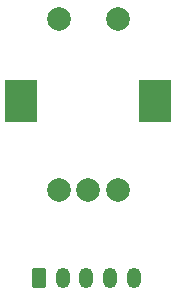
<source format=gbs>
G04 #@! TF.GenerationSoftware,KiCad,Pcbnew,(5.1.9)-1*
G04 #@! TF.CreationDate,2021-05-18T23:01:19-05:00*
G04 #@! TF.ProjectId,Encoder,456e636f-6465-4722-9e6b-696361645f70,rev?*
G04 #@! TF.SameCoordinates,Original*
G04 #@! TF.FileFunction,Soldermask,Bot*
G04 #@! TF.FilePolarity,Negative*
%FSLAX46Y46*%
G04 Gerber Fmt 4.6, Leading zero omitted, Abs format (unit mm)*
G04 Created by KiCad (PCBNEW (5.1.9)-1) date 2021-05-18 23:01:19*
%MOMM*%
%LPD*%
G01*
G04 APERTURE LIST*
%ADD10C,2.000000*%
%ADD11R,2.800000X3.600000*%
%ADD12O,1.200000X1.750000*%
G04 APERTURE END LIST*
D10*
X145650000Y-108550000D03*
X143150000Y-108550000D03*
X140650000Y-108550000D03*
X145650000Y-94050000D03*
X140650000Y-94050000D03*
D11*
X148850000Y-101050000D03*
X137450000Y-101050000D03*
D12*
X147000000Y-116000000D03*
X145000000Y-116000000D03*
X143000000Y-116000000D03*
X141000000Y-116000000D03*
G36*
G01*
X138400000Y-116625001D02*
X138400000Y-115374999D01*
G75*
G02*
X138649999Y-115125000I249999J0D01*
G01*
X139350001Y-115125000D01*
G75*
G02*
X139600000Y-115374999I0J-249999D01*
G01*
X139600000Y-116625001D01*
G75*
G02*
X139350001Y-116875000I-249999J0D01*
G01*
X138649999Y-116875000D01*
G75*
G02*
X138400000Y-116625001I0J249999D01*
G01*
G37*
M02*

</source>
